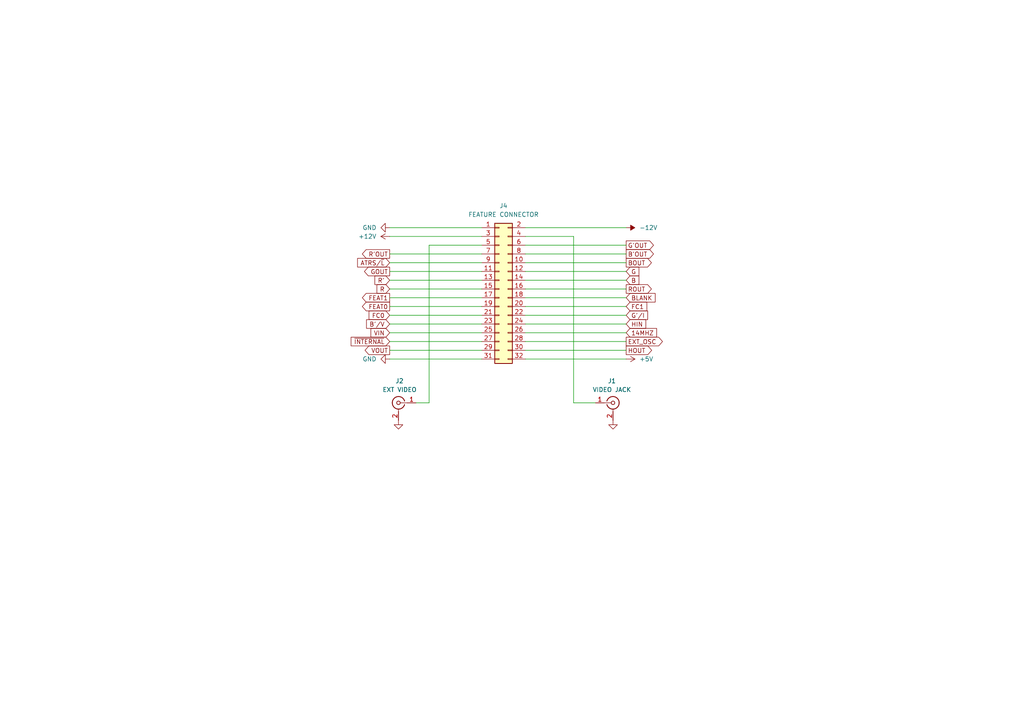
<source format=kicad_sch>
(kicad_sch (version 20230121) (generator eeschema)
  (paper "A4")
  (lib_symbols
    (symbol "Connector:Conn_Coaxial" (pin_names (offset 1.016) hide)
      (property "Reference" "J" (at 0.254 3.048 0))
      (property "Value" "Conn_Coaxial" (at 2.921 0 90))
      (symbol "Conn_Coaxial_0_1"
        (arc (start -1.778 -0.508) (mid 0.2311 -1.8066) (end 1.778 0) (stroke (width 0.254)))
        (polyline (pts (xy -2.54 0) (xy -0.508 0)))
        (polyline (pts (xy 0 -2.54) (xy 0 -1.778)))
        (circle (center 0 0) (radius 0.508) (stroke (width 0.2032)))
        (arc (start 1.778 0) (mid 0.2099 1.8101) (end -1.778 0.508) (stroke (width 0.254)))
      )
      (symbol "Conn_Coaxial_1_1"
        (pin passive line (at -5.08 0 0) (length 2.54) (name "In") (number "1"))
        (pin passive line (at 0 -5.08 90) (length 2.54) (name "Ext") (number "2"))
      )
    )
    (symbol "Connector_Generic:Conn_02x16_Odd_Even" (pin_names (offset 1.016) hide)
      (property "Reference" "J" (at 1.27 20.32 0))
      (property "Value" "Conn_02x16_Odd_Even" (at 1.27 -22.86 0))
      (symbol "Conn_02x16_Odd_Even_1_1"
        (rectangle (start -1.27 -20.193) (end 0 -20.447) (stroke (width 0.1524)))
        (rectangle (start -1.27 -17.653) (end 0 -17.907) (stroke (width 0.1524)))
        (rectangle (start -1.27 -15.113) (end 0 -15.367) (stroke (width 0.1524)))
        (rectangle (start -1.27 -12.573) (end 0 -12.827) (stroke (width 0.1524)))
        (rectangle (start -1.27 -10.033) (end 0 -10.287) (stroke (width 0.1524)))
        (rectangle (start -1.27 -7.493) (end 0 -7.747) (stroke (width 0.1524)))
        (rectangle (start -1.27 -4.953) (end 0 -5.207) (stroke (width 0.1524)))
        (rectangle (start -1.27 -2.413) (end 0 -2.667) (stroke (width 0.1524)))
        (rectangle (start -1.27 0.127) (end 0 -0.127) (stroke (width 0.1524)))
        (rectangle (start -1.27 2.667) (end 0 2.413) (stroke (width 0.1524)))
        (rectangle (start -1.27 5.207) (end 0 4.953) (stroke (width 0.1524)))
        (rectangle (start -1.27 7.747) (end 0 7.493) (stroke (width 0.1524)))
        (rectangle (start -1.27 10.287) (end 0 10.033) (stroke (width 0.1524)))
        (rectangle (start -1.27 12.827) (end 0 12.573) (stroke (width 0.1524)))
        (rectangle (start -1.27 15.367) (end 0 15.113) (stroke (width 0.1524)))
        (rectangle (start -1.27 17.907) (end 0 17.653) (stroke (width 0.1524)))
        (rectangle (start -1.27 19.05) (end 3.81 -21.59) (stroke (width 0.254)) (fill (type background)))
        (rectangle (start 3.81 -20.193) (end 2.54 -20.447) (stroke (width 0.1524)))
        (rectangle (start 3.81 -17.653) (end 2.54 -17.907) (stroke (width 0.1524)))
        (rectangle (start 3.81 -15.113) (end 2.54 -15.367) (stroke (width 0.1524)))
        (rectangle (start 3.81 -12.573) (end 2.54 -12.827) (stroke (width 0.1524)))
        (rectangle (start 3.81 -10.033) (end 2.54 -10.287) (stroke (width 0.1524)))
        (rectangle (start 3.81 -7.493) (end 2.54 -7.747) (stroke (width 0.1524)))
        (rectangle (start 3.81 -4.953) (end 2.54 -5.207) (stroke (width 0.1524)))
        (rectangle (start 3.81 -2.413) (end 2.54 -2.667) (stroke (width 0.1524)))
        (rectangle (start 3.81 0.127) (end 2.54 -0.127) (stroke (width 0.1524)))
        (rectangle (start 3.81 2.667) (end 2.54 2.413) (stroke (width 0.1524)))
        (rectangle (start 3.81 5.207) (end 2.54 4.953) (stroke (width 0.1524)))
        (rectangle (start 3.81 7.747) (end 2.54 7.493) (stroke (width 0.1524)))
        (rectangle (start 3.81 10.287) (end 2.54 10.033) (stroke (width 0.1524)))
        (rectangle (start 3.81 12.827) (end 2.54 12.573) (stroke (width 0.1524)))
        (rectangle (start 3.81 15.367) (end 2.54 15.113) (stroke (width 0.1524)))
        (rectangle (start 3.81 17.907) (end 2.54 17.653) (stroke (width 0.1524)))
        (pin passive line (at -5.08 17.78 0) (length 3.81) (name "Pin_1") (number "1"))
        (pin passive line (at 7.62 7.62 180) (length 3.81) (name "Pin_10") (number "10"))
        (pin passive line (at -5.08 5.08 0) (length 3.81) (name "Pin_11") (number "11"))
        (pin passive line (at 7.62 5.08 180) (length 3.81) (name "Pin_12") (number "12"))
        (pin passive line (at -5.08 2.54 0) (length 3.81) (name "Pin_13") (number "13"))
        (pin passive line (at 7.62 2.54 180) (length 3.81) (name "Pin_14") (number "14"))
        (pin passive line (at -5.08 0 0) (length 3.81) (name "Pin_15") (number "15"))
        (pin passive line (at 7.62 0 180) (length 3.81) (name "Pin_16") (number "16"))
        (pin passive line (at -5.08 -2.54 0) (length 3.81) (name "Pin_17") (number "17"))
        (pin passive line (at 7.62 -2.54 180) (length 3.81) (name "Pin_18") (number "18"))
        (pin passive line (at -5.08 -5.08 0) (length 3.81) (name "Pin_19") (number "19"))
        (pin passive line (at 7.62 17.78 180) (length 3.81) (name "Pin_2") (number "2"))
        (pin passive line (at 7.62 -5.08 180) (length 3.81) (name "Pin_20") (number "20"))
        (pin passive line (at -5.08 -7.62 0) (length 3.81) (name "Pin_21") (number "21"))
        (pin passive line (at 7.62 -7.62 180) (length 3.81) (name "Pin_22") (number "22"))
        (pin passive line (at -5.08 -10.16 0) (length 3.81) (name "Pin_23") (number "23"))
        (pin passive line (at 7.62 -10.16 180) (length 3.81) (name "Pin_24") (number "24"))
        (pin passive line (at -5.08 -12.7 0) (length 3.81) (name "Pin_25") (number "25"))
        (pin passive line (at 7.62 -12.7 180) (length 3.81) (name "Pin_26") (number "26"))
        (pin passive line (at -5.08 -15.24 0) (length 3.81) (name "Pin_27") (number "27"))
        (pin passive line (at 7.62 -15.24 180) (length 3.81) (name "Pin_28") (number "28"))
        (pin passive line (at -5.08 -17.78 0) (length 3.81) (name "Pin_29") (number "29"))
        (pin passive line (at -5.08 15.24 0) (length 3.81) (name "Pin_3") (number "3"))
        (pin passive line (at 7.62 -17.78 180) (length 3.81) (name "Pin_30") (number "30"))
        (pin passive line (at -5.08 -20.32 0) (length 3.81) (name "Pin_31") (number "31"))
        (pin passive line (at 7.62 -20.32 180) (length 3.81) (name "Pin_32") (number "32"))
        (pin passive line (at 7.62 15.24 180) (length 3.81) (name "Pin_4") (number "4"))
        (pin passive line (at -5.08 12.7 0) (length 3.81) (name "Pin_5") (number "5"))
        (pin passive line (at 7.62 12.7 180) (length 3.81) (name "Pin_6") (number "6"))
        (pin passive line (at -5.08 10.16 0) (length 3.81) (name "Pin_7") (number "7"))
        (pin passive line (at 7.62 10.16 180) (length 3.81) (name "Pin_8") (number "8"))
        (pin passive line (at -5.08 7.62 0) (length 3.81) (name "Pin_9") (number "9"))
      )
    )
    (symbol "power:+12V" (power) (pin_names (offset 0))
      (property "Value" "+12V" (at 0 3.556 0))
      (symbol "+12V_0_1"
        (polyline (pts (xy -0.762 1.27) (xy 0 2.54)))
        (polyline (pts (xy 0 0) (xy 0 2.54)))
        (polyline (pts (xy 0 2.54) (xy 0.762 1.27)))
      )
      (symbol "+12V_1_1"
        (pin power_in line (at 0 0 90) (length 0) hide (name "+12V") (number "1"))
      )
    )
    (symbol "power:+5V" (power) (pin_names (offset 0))
      (property "Value" "+5V" (at 0 3.556 0))
      (symbol "+5V_0_1"
        (polyline (pts (xy -0.762 1.27) (xy 0 2.54)))
        (polyline (pts (xy 0 0) (xy 0 2.54)))
        (polyline (pts (xy 0 2.54) (xy 0.762 1.27)))
      )
      (symbol "+5V_1_1"
        (pin power_in line (at 0 0 90) (length 0) hide (name "+5V") (number "1"))
      )
    )
    (symbol "power:-12V" (power) (pin_names (offset 0))
      (property "Value" "-12V" (at 0 3.81 0))
      (symbol "-12V_0_0"
        (pin power_in line (at 0 0 90) (length 0) hide (name "-12V") (number "1"))
      )
      (symbol "-12V_0_1"
        (polyline (pts (xy 0 0) (xy 0 1.27) (xy 0.762 1.27) (xy 0 2.54) (xy -0.762 1.27) (xy 0 1.27)) (fill (type outline)))
      )
    )
    (symbol "power:GND" (power) (pin_names (offset 0))
      (property "Value" "GND" (at 0 -3.81 0))
      (symbol "GND_0_1"
        (polyline (pts (xy 0 0) (xy 0 -1.27) (xy 1.27 -1.27) (xy 0 -2.54) (xy -1.27 -1.27) (xy 0 -1.27)))
      )
      (symbol "GND_1_1"
        (pin power_in line (at 0 0 270) (length 0) hide (name "GND") (number "1"))
      )
    )
  )
  (wire (pts (xy 120.65 116.84) (xy 124.46 116.84)))
  (wire (pts (xy 113.03 104.14) (xy 139.7 104.14)))
  (wire (pts (xy 166.37 116.84) (xy 166.37 68.58)))
  (wire (pts (xy 166.37 68.58) (xy 152.4 68.58)))
  (wire (pts (xy 152.4 83.82) (xy 181.61 83.82)))
  (wire (pts (xy 113.03 78.74) (xy 139.7 78.74)))
  (wire (pts (xy 152.4 78.74) (xy 181.61 78.74)))
  (wire (pts (xy 113.03 101.6) (xy 139.7 101.6)))
  (wire (pts (xy 166.37 116.84) (xy 172.72 116.84)))
  (wire (pts (xy 152.4 81.28) (xy 181.61 81.28)))
  (wire (pts (xy 113.03 91.44) (xy 139.7 91.44)))
  (wire (pts (xy 152.4 96.52) (xy 181.61 96.52)))
  (wire (pts (xy 113.03 88.9) (xy 139.7 88.9)))
  (wire (pts (xy 152.4 88.9) (xy 181.61 88.9)))
  (wire (pts (xy 113.03 68.58) (xy 139.7 68.58)))
  (wire (pts (xy 113.03 76.2) (xy 139.7 76.2)))
  (wire (pts (xy 113.03 96.52) (xy 139.7 96.52)))
  (wire (pts (xy 124.46 71.12) (xy 139.7 71.12)))
  (wire (pts (xy 152.4 73.66) (xy 181.61 73.66)))
  (wire (pts (xy 113.03 83.82) (xy 139.7 83.82)))
  (wire (pts (xy 152.4 86.36) (xy 181.61 86.36)))
  (wire (pts (xy 113.03 81.28) (xy 139.7 81.28)))
  (wire (pts (xy 152.4 101.6) (xy 181.61 101.6)))
  (wire (pts (xy 113.03 73.66) (xy 139.7 73.66)))
  (wire (pts (xy 152.4 91.44) (xy 181.61 91.44)))
  (wire (pts (xy 113.03 93.98) (xy 139.7 93.98)))
  (wire (pts (xy 113.03 86.36) (xy 139.7 86.36)))
  (wire (pts (xy 152.4 66.04) (xy 181.61 66.04)))
  (wire (pts (xy 152.4 76.2) (xy 181.61 76.2)))
  (wire (pts (xy 152.4 71.12) (xy 181.61 71.12)))
  (wire (pts (xy 113.03 99.06) (xy 139.7 99.06)))
  (wire (pts (xy 152.4 99.06) (xy 181.61 99.06)))
  (wire (pts (xy 152.4 104.14) (xy 181.61 104.14)))
  (wire (pts (xy 152.4 93.98) (xy 181.61 93.98)))
  (wire (pts (xy 113.03 66.04) (xy 139.7 66.04)))
  (wire (pts (xy 124.46 71.12) (xy 124.46 116.84)))
  (global_label "HOUT" (shape output) (at 181.61 101.6 0) (property "Intersheetrefs" "${INTERSHEET_REFS}" (at 189.5543 101.6 0) (effects (justify left))))
  (global_label "FEAT1" (shape output) (at 113.03 86.36 180) (property "Intersheetrefs" "${INTERSHEET_REFS}" (at 104.5415 86.36 0) (effects (justify right))))
  (global_label "B'{slash}V" (shape input) (at 113.03 93.98 180) (property "Intersheetrefs" "${INTERSHEET_REFS}" (at 105.7509 93.98 0) (effects (justify right))))
  (global_label "VIN" (shape input) (at 113.03 96.52 180) (property "Intersheetrefs" "${INTERSHEET_REFS}" (at 107.0209 96.52 0) (effects (justify right))))
  (global_label "G'{slash}I" (shape input) (at 181.61 91.44 0) (property "Intersheetrefs" "${INTERSHEET_REFS}" (at 188.4053 91.44 0) (effects (justify left))))
  (global_label "VOUT" (shape output) (at 113.03 101.6 180) (property "Intersheetrefs" "${INTERSHEET_REFS}" (at 105.3276 101.6 0) (effects (justify right))))
  (global_label "R'OUT" (shape output) (at 113.03 73.66 180) (property "Intersheetrefs" "${INTERSHEET_REFS}" (at 104.5414 73.66 0) (effects (justify right))))
  (global_label "G'OUT" (shape output) (at 181.61 71.12 0) (property "Intersheetrefs" "${INTERSHEET_REFS}" (at 190.0986 71.12 0) (effects (justify left))))
  (global_label "BLANK" (shape input) (at 181.61 86.36 0) (property "Intersheetrefs" "${INTERSHEET_REFS}" (at 190.5824 86.36 0) (effects (justify left))))
  (global_label "B'OUT" (shape output) (at 181.61 73.66 0) (property "Intersheetrefs" "${INTERSHEET_REFS}" (at 190.0986 73.66 0) (effects (justify left))))
  (global_label "ROUT" (shape output) (at 181.61 83.82 0) (property "Intersheetrefs" "${INTERSHEET_REFS}" (at 189.4938 83.82 0) (effects (justify left))))
  (global_label "G" (shape input) (at 181.61 78.74 0) (property "Intersheetrefs" "${INTERSHEET_REFS}" (at 185.8652 78.74 0) (effects (justify left))))
  (global_label "FC0" (shape input) (at 113.03 91.44 180) (property "Intersheetrefs" "${INTERSHEET_REFS}" (at 106.4767 91.44 0) (effects (justify right))))
  (global_label "ATRS{slash}~{L}" (shape input) (at 113.03 76.2 180) (property "Intersheetrefs" "${INTERSHEET_REFS}" (at 103.1505 76.2 0) (effects (justify right))))
  (global_label "FEAT0" (shape output) (at 113.03 88.9 180) (property "Intersheetrefs" "${INTERSHEET_REFS}" (at 104.5415 88.9 0) (effects (justify right))))
  (global_label "EXT_OSC" (shape output) (at 181.61 99.06 0) (property "Intersheetrefs" "${INTERSHEET_REFS}" (at 192.6989 99.06 0) (effects (justify left))))
  (global_label "R'" (shape input) (at 113.03 81.28 180) (property "Intersheetrefs" "${INTERSHEET_REFS}" (at 108.17 81.28 0) (effects (justify right))))
  (global_label "FC1" (shape input) (at 181.61 88.9 0) (property "Intersheetrefs" "${INTERSHEET_REFS}" (at 188.1633 88.9 0) (effects (justify left))))
  (global_label "~{INTERNAL}" (shape input) (at 113.03 99.06 180) (property "Intersheetrefs" "${INTERSHEET_REFS}" (at 101.2757 99.06 0) (effects (justify right))))
  (global_label "B" (shape input) (at 181.61 81.28 0) (property "Intersheetrefs" "${INTERSHEET_REFS}" (at 185.8652 81.28 0) (effects (justify left))))
  (global_label "GOUT" (shape output) (at 113.03 78.74 180) (property "Intersheetrefs" "${INTERSHEET_REFS}" (at 105.1462 78.74 0) (effects (justify right))))
  (global_label "HIN" (shape input) (at 181.61 93.98 0) (property "Intersheetrefs" "${INTERSHEET_REFS}" (at 187.861 93.98 0) (effects (justify left))))
  (global_label "14MHZ" (shape input) (at 181.61 96.52 0) (property "Intersheetrefs" "${INTERSHEET_REFS}" (at 191.0056 96.52 0) (effects (justify left))))
  (global_label "BOUT" (shape output) (at 181.61 76.2 0) (property "Intersheetrefs" "${INTERSHEET_REFS}" (at 189.4938 76.2 0) (effects (justify left))))
  (global_label "R" (shape input) (at 113.03 83.82 180) (property "Intersheetrefs" "${INTERSHEET_REFS}" (at 108.7748 83.82 0) (effects (justify right))))
  (symbol (lib_id "Connector:Conn_Coaxial") (at 115.57 116.84 0) (mirror y) (unit 1)
    (property "Reference" "J2" (at 115.8874 110.49 0))
    (property "Value" "EXT VIDEO" (at 115.8874 113.03 0))
    (property "Footprint" "EGACard:RCA_JACK" (effects hide))
    (property "Datasheet" " ~" (effects hide))
  )
  (symbol (lib_id "power:GND") (at 177.8 121.92 0) (unit 1)
    (property "Reference" "#PWR0121" (effects hide))
    (property "Value" "GND" (effects hide))
  )
  (symbol (lib_id "Connector_Generic:Conn_02x16_Odd_Even") (at 144.78 83.82 0) (unit 1)
    (property "Reference" "J4" (at 146.05 59.69 0))
    (property "Value" "FEATURE CONNECTOR" (at 146.05 62.23 0))
    (property "Footprint" "Connector_PinHeader_2.54mm:PinHeader_2x16_P2.54mm_Vertical" (effects hide))
  )
  (symbol (lib_id "power:GND") (at 115.57 121.92 0) (unit 1)
    (property "Reference" "#PWR0120" (effects hide))
    (property "Value" "GND" (effects hide))
  )
  (symbol (lib_id "power:-12V") (at 181.61 66.04 270) (unit 1)
    (property "Reference" "#PWR0117" (effects hide))
    (property "Value" "-12V" (at 185.42 66.04 90) (effects (justify left)))
  )
  (symbol (lib_id "power:GND") (at 113.03 66.04 270) (unit 1)
    (property "Reference" "#PWR0118" (effects hide))
    (property "Value" "GND" (at 109.22 66.04 90) (effects (justify right)))
  )
  (symbol (lib_id "power:GND") (at 113.03 104.14 270) (unit 1)
    (property "Reference" "#PWR0119" (effects hide))
    (property "Value" "GND" (at 109.22 104.14 90) (effects (justify right)))
  )
  (symbol (lib_id "Connector:Conn_Coaxial") (at 177.8 116.84 0) (unit 1)
    (property "Reference" "J1" (at 177.4826 110.49 0))
    (property "Value" "VIDEO JACK" (at 177.4826 113.03 0))
    (property "Footprint" "EGACard:RCA_JACK" (effects hide))
    (property "Datasheet" " ~" (effects hide))
  )
  (symbol (lib_id "power:+12V") (at 113.03 68.58 90) (unit 1)
    (property "Reference" "#PWR0116" (effects hide))
    (property "Value" "+12V" (at 109.22 68.58 90) (effects (justify left)))
  )
  (symbol (lib_id "power:+5V") (at 181.61 104.14 270) (unit 1)
    (property "Reference" "#PWR0115" (effects hide))
    (property "Value" "+5V" (at 185.42 104.14 90) (effects (justify left)))
  )
)
</source>
